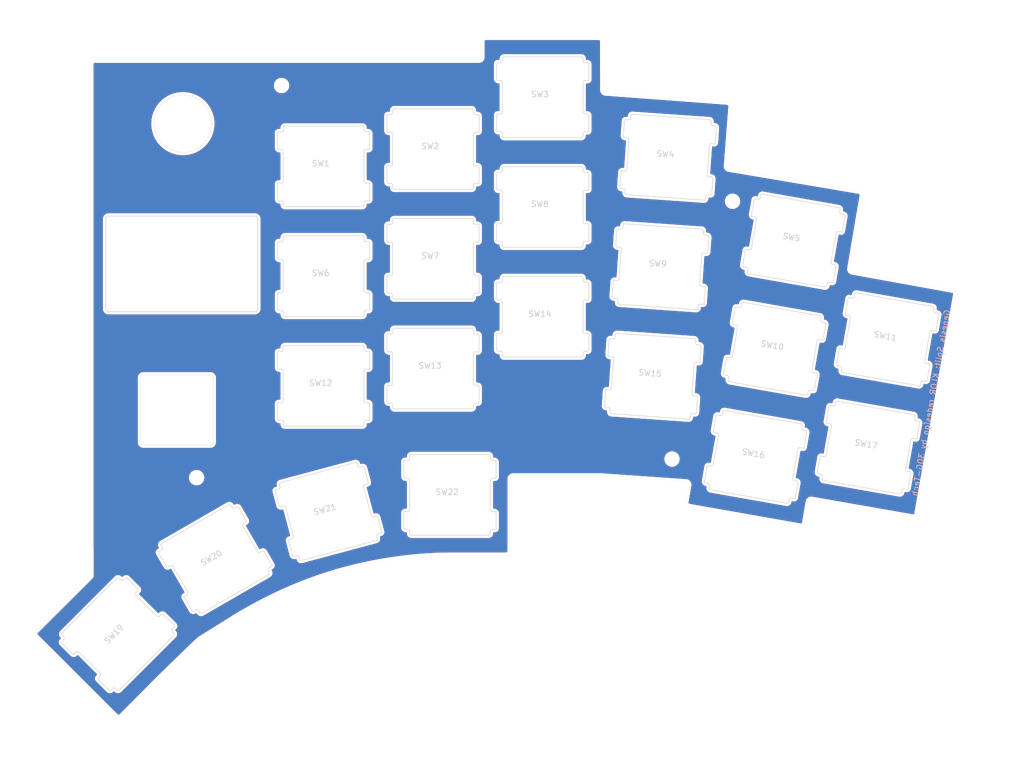
<source format=kicad_pcb>
(kicad_pcb (version 20221018) (generator pcbnew)
  (title_block (title "Klor Split Keyboard") (date "2022-07-08") (rev "v1.3.0") (comment 1 "Author: GEIST"))
  (layers (0 "F.Cu" signal) (31 "B.Cu" signal) (34 "B.Paste" user) (35 "F.Paste" user) (36 "B.SilkS" user "B.Silkscreen") (37 "F.SilkS" user "F.Silkscreen") (38 "B.Mask" user) (39 "F.Mask" user) (44 "Edge.Cuts" user))
  (net 0 "")
  (footprint "Keebio-Parts:slotMX100" (layer "F.Cu") (at 85.372154 152.89383 -135))
  (footprint "Keebio-Parts:slotMX100" (layer "F.Cu") (at 143.011399 128.697857 180))
  (footprint "Keebio-Parts:slotMX100" (layer "F.Cu") (at 180.883028 70.026882 176))
  (footprint "MountingHole:MountingHole_3.2mm_M3" (layer "F.Cu") (at 181.56 122.47))
  (footprint "Keebio-Parts:slotMX100" (layer "F.Cu") (at 121.897154 131.578941 -165))
  (footprint "Keebio-Parts:slotMX100" (layer "F.Cu") (at 159.111399 78.67526 180))
  (footprint "Keebio-Parts:slotMX100" (layer "F.Cu") (at 218.994302 101.686825 170))
  (footprint "MountingHole:MountingHole_2.2mm_M2" (layer "F.Cu") (at 192.067069 77.681692))
  (footprint "Keebio-Parts:slotMX100" (layer "F.Cu") (at 178.222154 108.079154 176))
  (footprint "Keebio-Parts:slotMX100" (layer "F.Cu") (at 121.067969 90.67526 180))
  (footprint "Keebio-Parts:slotMX100" (layer "F.Cu") (at 215.682381 120.469666 170))
  (footprint "Keebio-Parts:slotMX100" (layer "F.Cu") (at 121.067969 109.747857 180))
  (footprint "MountingHole:MountingHole_3.2mm_M3" (layer "F.Cu") (at 99.016598 125.70312))
  (footprint "Keebio-Parts:slotMX100" (layer "F.Cu") (at 121.067969 71.602664 180))
  (footprint "Keebio-Parts:slotMX100" (layer "F.Cu") (at 179.552591 89.053017 176))
  (footprint "KLOR:SSD1306_128x64OLEDCUTOUT" (layer "F.Cu") (at 96.62911 87.855 180))
  (footprint "Keebio-Parts:slotMX100" (layer "F.Cu") (at 159.111399 59.602664 180))
  (footprint "Keebio-Parts:slotMX100" (layer "F.Cu") (at 102.247154 139.831736 -150))
  (footprint "Keebio-Parts:slotMX100" (layer "F.Cu") (at 196.080143 122.090396 170))
  (footprint "Keebio-Parts:slotMX100" (layer "F.Cu") (at 140.061399 106.747857 180))
  (footprint "Keebio-Parts:slotMX100" (layer "F.Cu") (at 140.061399 87.67526 180))
  (footprint "Keebio-Parts:slotMX100" (layer "F.Cu") (at 202.703987 84.524715 170))
  (footprint "MountingHole:MountingHole_3.2mm_M3" (layer "F.Cu") (at 113.762958 57.572556))
  (footprint "Keebio-Parts:slotMX100" (layer "F.Cu") (at 159.111399 97.747857 180))
  (footprint "Keebio-Parts:slotMX100" (layer "F.Cu") (at 199.392065 103.307554 170))
  (footprint "Keebio-Parts:slotMX100" (layer "F.Cu") (at 140.061399 68.602664 180))
  (gr_line (start 101.386143 120.042527) (end 89.783494 120.042527) (stroke (width 0.05)) (layer "Edge.Cuts"))
  (gr_line (start 92.794784 160.29585) (end 99.038704 154.240351) (stroke (width 0.01)) (layer "Edge.Cuts"))
  (gr_arc (start 101.386143 107.839878) (mid 101.739676 107.986338) (end 101.886143 108.339878) (stroke (width 0.05)) (layer "Edge.Cuts"))
  (gr_arc (start 99.038704 154.240351) (mid 99.438526 153.891789) (end 99.873022 153.587543) (stroke (width 0.01)) (layer "Edge.Cuts"))
  (gr_curve (pts (xy 152.769828 139.175891) (xy 153.157672 139.175891) (xy 153.475 138.858563) (xy 153.475 138.470718)) (stroke (width 0.01)) (layer "Edge.Cuts"))
  (gr_curve (pts (xy 230.832582 93.903724) (xy 230.973618 93.51588) (xy 230.726807 93.198552) (xy 230.37422 93.128032)) (stroke (width 0.01)) (layer "Edge.Cuts"))
  (gr_line (start 148.038783 53.14467) (end 102.10308 53.14467) (stroke (width 0.01)) (layer "Edge.Cuts"))
  (gr_curve (pts (xy 105.170585 150.282382) (xy 105.911019 149.788759) (xy 106.686711 149.330395) (xy 107.4624 148.907292)) (stroke (width 0.01)) (layer "Edge.Cuts"))
  (gr_line (start 214.0847 75.921789) (end 191.440271 72.087319) (stroke (width 0.01)) (layer "Edge.Cuts"))
  (gr_curve (pts (xy 81.370965 53.14467) (xy 80.947862 53.14467) (xy 80.630534 53.462001) (xy 80.630534 53.849845)) (stroke (width 0.01)) (layer "Edge.Cuts"))
  (gr_line (start 102.10308 53.14467) (end 82.28769 53.14467) (stroke (width 0.01)) (layer "Edge.Cuts"))
  (gr_curve (pts (xy 84.967353 167.171297) (xy 85.249423 167.453367) (xy 85.672526 167.453367) (xy 85.954596 167.171297)) (stroke (width 0.01)) (layer "Edge.Cuts"))
  (gr_arc (start 170.021913 58.859651) (mid 169.692745 58.701323) (end 169.559113 58.361399) (stroke (width 0.01)) (layer "Edge.Cuts"))
  (gr_arc (start 89.783494 120.042527) (mid 89.429941 119.89608) (end 89.283494 119.542527) (stroke (width 0.05)) (layer "Edge.Cuts"))
  (gr_line (start 191.025218 71.556054) (end 191.81745 61.239426) (stroke (width 0.01)) (layer "Edge.Cuts"))
  (gr_arc (start 89.283494 108.339878) (mid 89.429948 107.986337) (end 89.783494 107.839878) (stroke (width 0.05)) (layer "Edge.Cuts"))
  (gr_line (start 89.283494 119.542527) (end 89.283494 108.339878) (stroke (width 0.05)) (layer "Edge.Cuts"))
  (gr_line (start 169.44719 125.425) (end 183.986543 126.444115) (stroke (width 0.01)) (layer "Edge.Cuts"))
  (gr_curve (pts (xy 214.613581 76.697481) (xy 214.684098 76.344895) (xy 214.402028 75.992306) (xy 214.0847 75.921789)) (stroke (width 0.01)) (layer "Edge.Cuts"))
  (gr_arc (start 205.245491 129.88951) (mid 205.45057 129.566033) (end 205.824374 129.482575) (stroke (width 0.01)) (layer "Edge.Cuts"))
  (gr_line (start 80.630534 53.849845) (end 80.630534 137.06037) (stroke (width 0.01)) (layer "Edge.Cuts"))
  (gr_line (start 80.518691 142.954096) (end 71.110685 152.327386) (stroke (width 0.01)) (layer "Edge.Cuts"))
  (gr_line (start 148.538783 49.865612) (end 148.538783 52.64467) (stroke (width 0.01)) (layer "Edge.Cuts"))
  (gr_curve (pts (xy 183.938514 129.973373) (xy 183.903256 130.325959) (xy 184.150067 130.643287) (xy 184.467395 130.713804)) (stroke (width 0.01)) (layer "Edge.Cuts"))
  (gr_line (start 169.559113 58.361399) (end 169.552968 49.865612) (stroke (width 0.01)) (layer "Edge.Cuts"))
  (gr_line (start 85.954596 167.171297) (end 92.794784 160.29585) (stroke (width 0.01)) (layer "Edge.Cuts"))
  (gr_line (start 204.600113 133.605017) (end 205.245491 129.88951) (stroke (width 0.01)) (layer "Edge.Cuts"))
  (gr_arc (start 191.440271 72.087319) (mid 191.129753 71.90215) (end 191.025218 71.556054) (stroke (width 0.01)) (layer "Edge.Cuts"))
  (gr_line (start 153.975 125.425) (end 169.44719 125.425) (stroke (width 0.01)) (layer "Edge.Cuts"))
  (gr_circle (center 96.62911 64.189752) (end 101.62911 64.189752) (stroke (width 0.05)) (fill none) (layer "Edge.Cuts"))
  (gr_line (start 142.967909 139.175891) (end 152.769828 139.175891) (stroke (width 0.01)) (layer "Edge.Cuts"))
  (gr_line (start 101.886143 108.339878) (end 101.886143 119.542527) (stroke (width 0.05)) (layer "Edge.Cuts"))
  (gr_line (start 224.098171 131.983119) (end 230.832582 93.903724) (stroke (width 0.01)) (layer "Edge.Cuts"))
  (gr_line (start 214.014183 80.117575) (end 214.613581 76.697481) (stroke (width 0.01)) (layer "Edge.Cuts"))
  (gr_line (start 184.467395 130.713804) (end 203.82442 134.133898) (stroke (width 0.01)) (layer "Edge.Cuts"))
  (gr_arc (start 101.886143 119.542527) (mid 101.739689 119.896078) (end 101.386143 120.042527) (stroke (width 0.05)) (layer "Edge.Cuts"))
  (gr_curve (pts (xy 203.82442 134.133898) (xy 204.177007 134.204415) (xy 204.529593 133.957604) (xy 204.600113 133.605017)) (stroke (width 0.01)) (layer "Edge.Cuts"))
  (gr_curve (pts (xy 149.208697 49.195697) (xy 148.856111 49.195697) (xy 148.538783 49.513025) (xy 148.538783 49.865612)) (stroke (width 0.01)) (layer "Edge.Cuts"))
  (gr_line (start 99.873022 153.587543) (end 105.170585 150.282382) (stroke (width 0.01)) (layer "Edge.Cuts"))
  (gr_line (start 230.37422 93.128032) (end 212.858647 89.946836) (stroke (width 0.01)) (layer "Edge.Cuts"))
  (gr_curve (pts (xy 71.110685 152.327386) (xy 70.828615 152.609456) (xy 70.828615 153.032559) (xy 71.110685 153.314629)) (stroke (width 0.01)) (layer "Edge.Cuts"))
  (gr_arc (start 148.538783 52.64467) (mid 148.392346 52.998237) (end 148.038783 53.14467) (stroke (width 0.01)) (layer "Edge.Cuts"))
  (gr_arc (start 191.125451 60.43408) (mid 191.6385 60.693215) (end 191.81745 61.239426) (stroke (width 0.01)) (layer "Edge.Cuts"))
  (gr_arc (start 183.986543 126.444115) (mid 184.344923 126.634212) (end 184.444369 127.027511) (stroke (width 0.01)) (layer "Edge.Cuts"))
  (gr_curve (pts (xy 107.4624 148.907292) (xy 112.998016 145.698751) (xy 118.956736 143.230641) (xy 124.598127 141.714517)) (stroke (width 0.01)) (layer "Edge.Cuts"))
  (gr_arc (start 80.665792 142.59989) (mid 80.627558 142.79166) (end 80.518691 142.954096) (stroke (width 0.01)) (layer "Edge.Cuts"))
  (gr_curve (pts (xy 124.598127 141.714517) (xy 130.768401 140.057358) (xy 137.079705 139.211152) (xy 142.967909 139.175891)) (stroke (width 0.01)) (layer "Edge.Cuts"))
  (gr_line (start 80.665792 138.752788) (end 80.665792 142.59989) (stroke (width 0.01)) (layer "Edge.Cuts"))
  (gr_line (start 82.28769 53.14467) (end 81.370965 53.14467) (stroke (width 0.01)) (layer "Edge.Cuts"))
  (gr_line (start 71.110685 153.314629) (end 84.967353 167.171297) (stroke (width 0.01)) (layer "Edge.Cuts"))
  (gr_line (start 212.454946 89.37181) (end 214.014183 80.117575) (stroke (width 0.01)) (layer "Edge.Cuts"))
  (gr_line (start 89.783494 107.839878) (end 101.386143 107.839878) (stroke (width 0.05)) (layer "Edge.Cuts"))
  (gr_curve (pts (xy 169.552968 49.865612) (xy 169.552968 49.513025) (xy 169.23564 49.195697) (xy 168.883051 49.195697)) (stroke (width 0.01)) (layer "Edge.Cuts"))
  (gr_curve (pts (xy 223.322479 132.547258) (xy 223.710326 132.617775) (xy 224.027654 132.370963) (xy 224.098171 131.983119)) (stroke (width 0.01)) (layer "Edge.Cuts"))
  (gr_line (start 191.125451 60.43408) (end 170.021913 58.859651) (stroke (width 0.01)) (layer "Edge.Cuts"))
  (gr_line (start 80.665792 138.752788) (end 80.630534 137.06037) (stroke (width 0.01)) (layer "Edge.Cuts"))
  (gr_arc (start 153.475 125.925) (mid 153.621447 125.571447) (end 153.975 125.425) (stroke (width 0.01)) (layer "Edge.Cuts"))
  (gr_line (start 205.824374 129.482575) (end 223.322479 132.547258) (stroke (width 0.01)) (layer "Edge.Cuts"))
  (gr_line (start 168.883051 49.195697) (end 149.208697 49.195697) (stroke (width 0.01)) (layer "Edge.Cuts"))
  (gr_arc (start 212.858647 89.946836) (mid 212.538776 89.74218) (end 212.454946 89.37181) (stroke (width 0.01)) (layer "Edge.Cuts"))
  (gr_line (start 153.475 138.470718) (end 153.475 125.925) (stroke (width 0.01)) (layer "Edge.Cuts"))
  (gr_line (start 184.444369 127.027511) (end 183.938514 129.973373) (stroke (width 0.01)) (layer "Edge.Cuts"))
  (gr_text "Genesis Split: KLOR redesign by 3DG-Tech" (at 227.115123 112.824597 80) (layer "B.SilkS") (effects (font (size 1 1)) (justify bottom mirror)))
  (zone (net 0) (net_name "") (layers "F&B.Cu") (connect_pads (clearance 0)) (min_thickness 0.25) (fill yes (thermal_gap 0.5) (thermal_bridge_width 0.5) (island_removal_mode 1) (island_area_min 10))
    (polygon (pts (xy 64.875 42.71) (xy 242.675 42.71) (xy 242.675 174.79) (xy 64.875 174.79)))
  )
)
</source>
